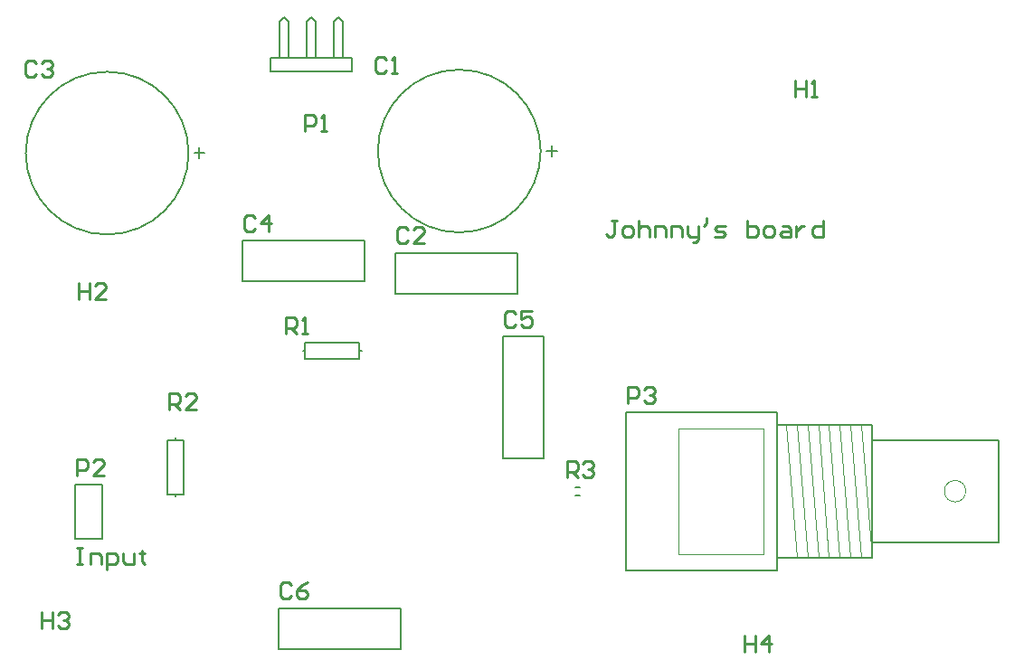
<source format=gto>
G04*
G04 #@! TF.GenerationSoftware,Altium Limited,Altium Designer,20.0.9 (164)*
G04*
G04 Layer_Color=65535*
%FSLAX25Y25*%
%MOIN*%
G70*
G01*
G75*
%ADD10C,0.00787*%
%ADD11C,0.00098*%
%ADD12C,0.00098*%
%ADD13C,0.01000*%
%ADD14C,0.00591*%
D10*
X199750Y211250D02*
G03*
X199750Y211250I-30000J0D01*
G01*
X70000Y210500D02*
G03*
X70000Y210500I-30000J0D01*
G01*
X103583Y245750D02*
Y259083D01*
X105250Y260750D01*
X106917Y259083D01*
Y245750D02*
Y259083D01*
X113583Y245750D02*
Y259083D01*
X115250Y260750D01*
X116917Y259083D01*
Y245750D02*
Y259083D01*
X123583Y245750D02*
Y259083D01*
X125250Y260750D01*
X126917Y259083D01*
Y245750D02*
Y259083D01*
X100250Y240750D02*
X130250D01*
Y245750D01*
X100250Y240750D02*
Y245750D01*
X130250D01*
X89750Y163250D02*
Y178250D01*
X134750D01*
Y163250D02*
Y178250D01*
X89750Y163250D02*
X134750D01*
X191250Y158750D02*
Y173750D01*
X146250Y158750D02*
X191250D01*
X146250D02*
Y173750D01*
X191250D01*
X113000Y134500D02*
Y137500D01*
Y134500D02*
X133000D01*
Y140500D01*
X113000D02*
X133000D01*
X113000Y137500D02*
Y140500D01*
X133000Y137500D02*
X133900D01*
X112100D02*
X113000D01*
X186000Y143000D02*
X201000D01*
Y98000D02*
Y143000D01*
X186000Y98000D02*
X201000D01*
X186000D02*
Y143000D01*
X28250Y68250D02*
X38250D01*
X28250D02*
Y88250D01*
X38250D01*
Y68250D02*
Y88250D01*
X65250Y84750D02*
X68250D01*
Y104750D01*
X62250D02*
X68250D01*
X62250Y84750D02*
Y104750D01*
Y84750D02*
X65250D01*
Y104750D02*
Y105650D01*
Y83850D02*
Y84750D01*
X231191Y56695D02*
Y114963D01*
X286703D01*
Y110435D02*
Y114963D01*
Y110435D02*
X321742D01*
Y104726D02*
Y110435D01*
Y104726D02*
X368593D01*
Y66931D02*
Y104726D01*
X321742Y66931D02*
X368593D01*
X321742Y61222D02*
Y66931D01*
X286703Y61222D02*
X321742D01*
X286703Y56695D02*
Y61222D01*
X231191Y56695D02*
X286703D01*
Y61222D02*
Y110435D01*
X321742Y66931D02*
Y104726D01*
X212510Y87128D02*
X214085D01*
X212510Y84372D02*
X214085D01*
X148250Y27750D02*
Y42750D01*
X103250Y27750D02*
X148250D01*
X103250D02*
Y42750D01*
X148250D01*
D11*
X356388Y85829D02*
G03*
X356388Y85829I-3937J0D01*
G01*
X317805Y110435D02*
X321742Y61222D01*
X313868Y110435D02*
X317805Y61222D01*
X309931Y110435D02*
X313868Y61222D01*
X305994Y110435D02*
X309931Y61222D01*
X302057Y110435D02*
X305994Y61222D01*
X298120Y110435D02*
X302057Y61222D01*
X294183Y110435D02*
X298120Y61222D01*
X290246Y110435D02*
X294183Y61222D01*
X281978Y62600D02*
Y109057D01*
D12*
X250482Y62600D02*
X281978D01*
X250482D02*
Y109057D01*
X281978D01*
X286703Y110435D02*
Y114963D01*
X231191D02*
X286703D01*
X231191Y56695D02*
Y114963D01*
Y56695D02*
X286703D01*
Y61222D01*
X321742Y104726D02*
Y110435D01*
X286703D02*
X321742D01*
X286703Y61222D02*
Y110435D01*
Y61222D02*
X321742D01*
Y66931D01*
X368593D01*
X321742D02*
Y104726D01*
X368593D01*
Y66931D02*
Y104726D01*
D13*
X143000Y244999D02*
X142000Y245999D01*
X140001D01*
X139001Y244999D01*
Y241001D01*
X140001Y240001D01*
X142000D01*
X143000Y241001D01*
X144999Y240001D02*
X146999D01*
X145999D01*
Y245999D01*
X144999Y244999D01*
X113001Y218501D02*
Y224499D01*
X116000D01*
X117000Y223499D01*
Y221500D01*
X116000Y220500D01*
X113001D01*
X118999Y218501D02*
X120999D01*
X119999D01*
Y224499D01*
X118999Y223499D01*
X14000Y243499D02*
X13001Y244499D01*
X11001D01*
X10002Y243499D01*
Y239501D01*
X11001Y238501D01*
X13001D01*
X14000Y239501D01*
X16000Y243499D02*
X16999Y244499D01*
X18999D01*
X19998Y243499D01*
Y242500D01*
X18999Y241500D01*
X17999D01*
X18999D01*
X19998Y240500D01*
Y239501D01*
X18999Y238501D01*
X16999D01*
X16000Y239501D01*
X227999Y185497D02*
X225999D01*
X226999D01*
Y180499D01*
X225999Y179499D01*
X225000D01*
X224000Y180499D01*
X230998Y179499D02*
X232997D01*
X233997Y180499D01*
Y182498D01*
X232997Y183498D01*
X230998D01*
X229998Y182498D01*
Y180499D01*
X230998Y179499D01*
X235996Y185497D02*
Y179499D01*
Y182498D01*
X236996Y183498D01*
X238995D01*
X239995Y182498D01*
Y179499D01*
X241994D02*
Y183498D01*
X244993D01*
X245993Y182498D01*
Y179499D01*
X247992D02*
Y183498D01*
X250991D01*
X251991Y182498D01*
Y179499D01*
X253990Y183498D02*
Y180499D01*
X254990Y179499D01*
X257989D01*
Y178500D01*
X256989Y177500D01*
X255990D01*
X257989Y179499D02*
Y183498D01*
X260988Y186497D02*
Y184498D01*
X259988Y183498D01*
X263987Y179499D02*
X266986D01*
X267986Y180499D01*
X266986Y181499D01*
X264987D01*
X263987Y182498D01*
X264987Y183498D01*
X267986D01*
X275983Y185497D02*
Y179499D01*
X278982D01*
X279982Y180499D01*
Y181499D01*
Y182498D01*
X278982Y183498D01*
X275983D01*
X282981Y179499D02*
X284980D01*
X285980Y180499D01*
Y182498D01*
X284980Y183498D01*
X282981D01*
X281981Y182498D01*
Y180499D01*
X282981Y179499D01*
X288979Y183498D02*
X290978D01*
X291978Y182498D01*
Y179499D01*
X288979D01*
X287979Y180499D01*
X288979Y181499D01*
X291978D01*
X293977Y183498D02*
Y179499D01*
Y181499D01*
X294977Y182498D01*
X295977Y183498D01*
X296976D01*
X303974Y185497D02*
Y179499D01*
X300975D01*
X299975Y180499D01*
Y182498D01*
X300975Y183498D01*
X303974D01*
X274850Y32648D02*
Y26650D01*
Y29649D01*
X278849D01*
Y32648D01*
Y26650D01*
X283847D02*
Y32648D01*
X280848Y29649D01*
X284847D01*
X15850Y41148D02*
Y35150D01*
Y38149D01*
X19849D01*
Y41148D01*
Y35150D01*
X21848Y40148D02*
X22848Y41148D01*
X24847D01*
X25847Y40148D01*
Y39149D01*
X24847Y38149D01*
X23847D01*
X24847D01*
X25847Y37149D01*
Y36150D01*
X24847Y35150D01*
X22848D01*
X21848Y36150D01*
X29350Y162648D02*
Y156650D01*
Y159649D01*
X33349D01*
Y162648D01*
Y156650D01*
X39347D02*
X35348D01*
X39347Y160649D01*
Y161648D01*
X38347Y162648D01*
X36348D01*
X35348Y161648D01*
X293350Y237148D02*
Y231150D01*
Y234149D01*
X297349D01*
Y237148D01*
Y231150D01*
X299348D02*
X301347D01*
X300348D01*
Y237148D01*
X299348Y236148D01*
X209347Y91100D02*
Y97098D01*
X212346D01*
X213346Y96098D01*
Y94099D01*
X212346Y93099D01*
X209347D01*
X211347D02*
X213346Y91100D01*
X215345Y96098D02*
X216345Y97098D01*
X218344D01*
X219344Y96098D01*
Y95099D01*
X218344Y94099D01*
X217345D01*
X218344D01*
X219344Y93099D01*
Y92100D01*
X218344Y91100D01*
X216345D01*
X215345Y92100D01*
X62850Y115950D02*
Y121948D01*
X65849D01*
X66849Y120948D01*
Y118949D01*
X65849Y117949D01*
X62850D01*
X64849D02*
X66849Y115950D01*
X72847D02*
X68848D01*
X72847Y119949D01*
Y120948D01*
X71847Y121948D01*
X69848D01*
X68848Y120948D01*
X105800Y143900D02*
Y149898D01*
X108799D01*
X109799Y148898D01*
Y146899D01*
X108799Y145899D01*
X105800D01*
X107799D02*
X109799Y143900D01*
X111798D02*
X113797D01*
X112798D01*
Y149898D01*
X111798Y148898D01*
X231834Y118350D02*
Y124348D01*
X234833D01*
X235832Y123348D01*
Y121349D01*
X234833Y120349D01*
X231834D01*
X237831Y123348D02*
X238831Y124348D01*
X240831D01*
X241830Y123348D01*
Y122349D01*
X240831Y121349D01*
X239831D01*
X240831D01*
X241830Y120349D01*
Y119350D01*
X240831Y118350D01*
X238831D01*
X237831Y119350D01*
X28850Y91650D02*
Y97648D01*
X31849D01*
X32849Y96648D01*
Y94649D01*
X31849Y93649D01*
X28850D01*
X38847Y91650D02*
X34848D01*
X38847Y95649D01*
Y96648D01*
X37847Y97648D01*
X35848D01*
X34848Y96648D01*
X28850Y64848D02*
X30849D01*
X29850D01*
Y58850D01*
X28850D01*
X30849D01*
X33848D02*
Y62849D01*
X36847D01*
X37847Y61849D01*
Y58850D01*
X39846Y56851D02*
Y62849D01*
X42845D01*
X43845Y61849D01*
Y59850D01*
X42845Y58850D01*
X39846D01*
X45845Y62849D02*
Y59850D01*
X46844Y58850D01*
X49843D01*
Y62849D01*
X52842Y63848D02*
Y62849D01*
X51843D01*
X53842D01*
X52842D01*
Y59850D01*
X53842Y58850D01*
X107849Y51148D02*
X106849Y52148D01*
X104850D01*
X103850Y51148D01*
Y47150D01*
X104850Y46150D01*
X106849D01*
X107849Y47150D01*
X113847Y52148D02*
X111847Y51148D01*
X109848Y49149D01*
Y47150D01*
X110848Y46150D01*
X112847D01*
X113847Y47150D01*
Y48149D01*
X112847Y49149D01*
X109848D01*
X190649Y151348D02*
X189649Y152348D01*
X187650D01*
X186650Y151348D01*
Y147350D01*
X187650Y146350D01*
X189649D01*
X190649Y147350D01*
X196647Y152348D02*
X192648D01*
Y149349D01*
X194647Y150349D01*
X195647D01*
X196647Y149349D01*
Y147350D01*
X195647Y146350D01*
X193648D01*
X192648Y147350D01*
X94349Y186648D02*
X93349Y187648D01*
X91350D01*
X90350Y186648D01*
Y182650D01*
X91350Y181650D01*
X93349D01*
X94349Y182650D01*
X99347Y181650D02*
Y187648D01*
X96348Y184649D01*
X100347D01*
X150849Y182148D02*
X149849Y183148D01*
X147850D01*
X146850Y182148D01*
Y178150D01*
X147850Y177150D01*
X149849D01*
X150849Y178150D01*
X156847Y177150D02*
X152848D01*
X156847Y181149D01*
Y182148D01*
X155847Y183148D01*
X153848D01*
X152848Y182148D01*
D14*
X201765Y211301D02*
X205701D01*
X203733Y213269D02*
Y209333D01*
X72015Y210551D02*
X75951D01*
X73983Y212519D02*
Y208583D01*
M02*

</source>
